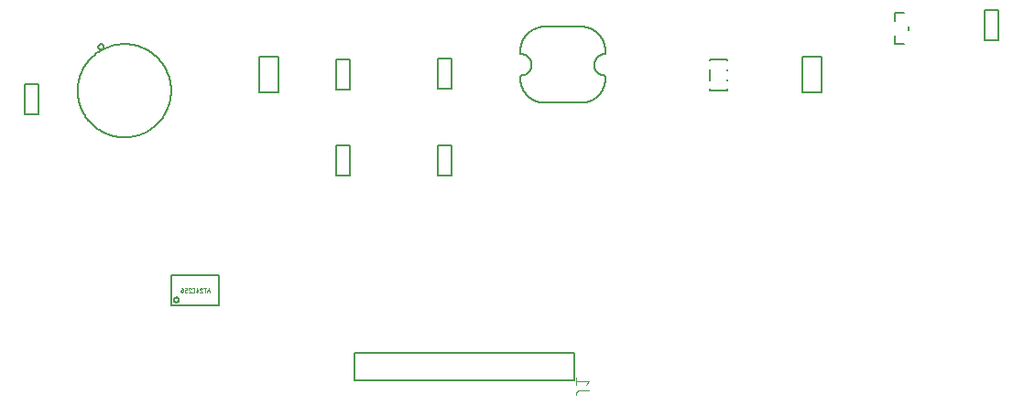
<source format=gbr>
G04 EAGLE Gerber RS-274X export*
G75*
%MOMM*%
%FSLAX34Y34*%
%LPD*%
%INSilkscreen Bottom*%
%IPPOS*%
%AMOC8*
5,1,8,0,0,1.08239X$1,22.5*%
G01*
%ADD10C,0.127000*%
%ADD11C,0.101600*%
%ADD12C,0.025400*%
%ADD13C,0.152400*%


D10*
X737210Y468790D02*
X754990Y468790D01*
X754990Y501810D01*
X737210Y501810D01*
X737210Y468790D01*
X319350Y471630D02*
X319350Y499570D01*
X306650Y499570D01*
X306650Y471630D01*
X319350Y471630D01*
X319550Y420270D02*
X319550Y392330D01*
X319550Y420270D02*
X306850Y420270D01*
X306850Y392330D01*
X319550Y392330D01*
X252890Y502210D02*
X235110Y502210D01*
X235110Y469190D01*
X252890Y469190D01*
X252890Y502210D01*
X526600Y227800D02*
X526600Y202400D01*
X526600Y227800D02*
X323400Y227800D01*
X323400Y202400D01*
X526600Y202400D01*
D11*
X530974Y192833D02*
X540062Y192833D01*
X530974Y192832D02*
X530875Y192830D01*
X530775Y192824D01*
X530676Y192815D01*
X530578Y192802D01*
X530480Y192785D01*
X530382Y192764D01*
X530286Y192739D01*
X530191Y192711D01*
X530097Y192679D01*
X530004Y192644D01*
X529912Y192605D01*
X529822Y192562D01*
X529734Y192517D01*
X529647Y192467D01*
X529563Y192415D01*
X529480Y192359D01*
X529400Y192301D01*
X529322Y192239D01*
X529247Y192174D01*
X529174Y192106D01*
X529104Y192036D01*
X529036Y191963D01*
X528971Y191888D01*
X528909Y191810D01*
X528851Y191730D01*
X528795Y191647D01*
X528743Y191563D01*
X528693Y191476D01*
X528648Y191388D01*
X528605Y191298D01*
X528566Y191206D01*
X528531Y191113D01*
X528499Y191019D01*
X528471Y190924D01*
X528446Y190828D01*
X528425Y190730D01*
X528408Y190632D01*
X528395Y190534D01*
X528386Y190435D01*
X528380Y190335D01*
X528378Y190236D01*
X528378Y188938D01*
X537466Y198106D02*
X540062Y201352D01*
X528378Y201352D01*
X528378Y204597D02*
X528378Y198106D01*
D10*
X536100Y459700D02*
X496100Y459700D01*
X496100Y529700D02*
X536100Y529700D01*
X555100Y504700D02*
X554856Y504697D01*
X554613Y504688D01*
X554370Y504673D01*
X554127Y504653D01*
X553885Y504626D01*
X553644Y504593D01*
X553404Y504555D01*
X553164Y504511D01*
X552926Y504461D01*
X552689Y504405D01*
X552453Y504343D01*
X552219Y504276D01*
X551987Y504203D01*
X551756Y504124D01*
X551528Y504040D01*
X551301Y503950D01*
X551077Y503855D01*
X550855Y503754D01*
X550636Y503648D01*
X550420Y503537D01*
X550206Y503420D01*
X549995Y503299D01*
X549787Y503172D01*
X549582Y503040D01*
X549381Y502903D01*
X549183Y502761D01*
X548988Y502615D01*
X548797Y502464D01*
X548610Y502308D01*
X548427Y502148D01*
X548247Y501983D01*
X548072Y501814D01*
X547901Y501641D01*
X547734Y501463D01*
X547572Y501282D01*
X547414Y501097D01*
X547260Y500908D01*
X547111Y500715D01*
X546967Y500519D01*
X546828Y500319D01*
X546693Y500116D01*
X546564Y499909D01*
X546440Y499700D01*
X546321Y499488D01*
X546207Y499272D01*
X546098Y499055D01*
X545995Y498834D01*
X545897Y498611D01*
X545804Y498386D01*
X545717Y498158D01*
X545636Y497929D01*
X545560Y497697D01*
X545490Y497464D01*
X545425Y497229D01*
X545366Y496993D01*
X545313Y496755D01*
X545266Y496516D01*
X545225Y496276D01*
X545190Y496035D01*
X545160Y495794D01*
X545136Y495551D01*
X545119Y495308D01*
X545107Y495065D01*
X545101Y494822D01*
X545101Y494578D01*
X545107Y494335D01*
X545119Y494092D01*
X545136Y493849D01*
X545160Y493606D01*
X545190Y493365D01*
X545225Y493124D01*
X545266Y492884D01*
X545313Y492645D01*
X545366Y492407D01*
X545425Y492171D01*
X545490Y491936D01*
X545560Y491703D01*
X545636Y491471D01*
X545717Y491242D01*
X545804Y491014D01*
X545897Y490789D01*
X545995Y490566D01*
X546098Y490345D01*
X546207Y490128D01*
X546321Y489912D01*
X546440Y489700D01*
X546564Y489491D01*
X546693Y489284D01*
X546828Y489081D01*
X546967Y488881D01*
X547111Y488685D01*
X547260Y488492D01*
X547414Y488303D01*
X547572Y488118D01*
X547734Y487937D01*
X547901Y487759D01*
X548072Y487586D01*
X548247Y487417D01*
X548427Y487252D01*
X548610Y487092D01*
X548797Y486936D01*
X548988Y486785D01*
X549183Y486639D01*
X549381Y486497D01*
X549582Y486360D01*
X549787Y486228D01*
X549995Y486101D01*
X550206Y485980D01*
X550420Y485863D01*
X550636Y485752D01*
X550855Y485646D01*
X551077Y485545D01*
X551301Y485450D01*
X551528Y485360D01*
X551756Y485276D01*
X551987Y485197D01*
X552219Y485124D01*
X552453Y485057D01*
X552689Y484995D01*
X552926Y484939D01*
X553164Y484889D01*
X553404Y484845D01*
X553644Y484807D01*
X553885Y484774D01*
X554127Y484747D01*
X554370Y484727D01*
X554613Y484712D01*
X554856Y484703D01*
X555100Y484700D01*
X477100Y484700D02*
X477344Y484703D01*
X477587Y484712D01*
X477830Y484727D01*
X478073Y484747D01*
X478315Y484774D01*
X478556Y484807D01*
X478796Y484845D01*
X479036Y484889D01*
X479274Y484939D01*
X479511Y484995D01*
X479747Y485057D01*
X479981Y485124D01*
X480213Y485197D01*
X480444Y485276D01*
X480672Y485360D01*
X480899Y485450D01*
X481123Y485545D01*
X481345Y485646D01*
X481564Y485752D01*
X481780Y485863D01*
X481994Y485980D01*
X482205Y486101D01*
X482413Y486228D01*
X482618Y486360D01*
X482819Y486497D01*
X483017Y486639D01*
X483212Y486785D01*
X483403Y486936D01*
X483590Y487092D01*
X483773Y487252D01*
X483953Y487417D01*
X484128Y487586D01*
X484299Y487759D01*
X484466Y487937D01*
X484628Y488118D01*
X484786Y488303D01*
X484940Y488492D01*
X485089Y488685D01*
X485233Y488881D01*
X485372Y489081D01*
X485507Y489284D01*
X485636Y489491D01*
X485760Y489700D01*
X485879Y489912D01*
X485993Y490128D01*
X486102Y490345D01*
X486205Y490566D01*
X486303Y490789D01*
X486396Y491014D01*
X486483Y491242D01*
X486564Y491471D01*
X486640Y491703D01*
X486710Y491936D01*
X486775Y492171D01*
X486834Y492407D01*
X486887Y492645D01*
X486934Y492884D01*
X486975Y493124D01*
X487010Y493365D01*
X487040Y493606D01*
X487064Y493849D01*
X487081Y494092D01*
X487093Y494335D01*
X487099Y494578D01*
X487099Y494822D01*
X487093Y495065D01*
X487081Y495308D01*
X487064Y495551D01*
X487040Y495794D01*
X487010Y496035D01*
X486975Y496276D01*
X486934Y496516D01*
X486887Y496755D01*
X486834Y496993D01*
X486775Y497229D01*
X486710Y497464D01*
X486640Y497697D01*
X486564Y497929D01*
X486483Y498158D01*
X486396Y498386D01*
X486303Y498611D01*
X486205Y498834D01*
X486102Y499055D01*
X485993Y499272D01*
X485879Y499488D01*
X485760Y499700D01*
X485636Y499909D01*
X485507Y500116D01*
X485372Y500319D01*
X485233Y500519D01*
X485089Y500715D01*
X484940Y500908D01*
X484786Y501097D01*
X484628Y501282D01*
X484466Y501463D01*
X484299Y501641D01*
X484128Y501814D01*
X483953Y501983D01*
X483773Y502148D01*
X483590Y502308D01*
X483403Y502464D01*
X483212Y502615D01*
X483017Y502761D01*
X482819Y502903D01*
X482618Y503040D01*
X482413Y503172D01*
X482205Y503299D01*
X481994Y503420D01*
X481780Y503537D01*
X481564Y503648D01*
X481345Y503754D01*
X481123Y503855D01*
X480899Y503950D01*
X480672Y504040D01*
X480444Y504124D01*
X480213Y504203D01*
X479981Y504276D01*
X479747Y504343D01*
X479511Y504405D01*
X479274Y504461D01*
X479036Y504511D01*
X478796Y504555D01*
X478556Y504593D01*
X478315Y504626D01*
X478073Y504653D01*
X477830Y504673D01*
X477587Y504688D01*
X477344Y504697D01*
X477100Y504700D01*
X536100Y459700D02*
X536639Y459780D01*
X537176Y459873D01*
X537710Y459980D01*
X538242Y460100D01*
X538771Y460233D01*
X539296Y460378D01*
X539817Y460537D01*
X540334Y460708D01*
X540847Y460892D01*
X541356Y461088D01*
X541859Y461297D01*
X542357Y461518D01*
X542850Y461751D01*
X543336Y461997D01*
X543817Y462254D01*
X544291Y462523D01*
X544758Y462803D01*
X545218Y463095D01*
X545671Y463398D01*
X546117Y463712D01*
X546554Y464037D01*
X546984Y464372D01*
X547405Y464718D01*
X547817Y465074D01*
X548221Y465441D01*
X548615Y465817D01*
X549000Y466202D01*
X549376Y466597D01*
X549742Y467001D01*
X550097Y467414D01*
X550443Y467835D01*
X550778Y468265D01*
X551102Y468703D01*
X551416Y469149D01*
X551718Y469602D01*
X552010Y470063D01*
X552289Y470530D01*
X552558Y471004D01*
X552814Y471485D01*
X553059Y471972D01*
X553292Y472465D01*
X553513Y472963D01*
X553721Y473467D01*
X553917Y473975D01*
X554100Y474488D01*
X554271Y475006D01*
X554429Y475528D01*
X554574Y476053D01*
X554706Y476582D01*
X554825Y477113D01*
X554931Y477648D01*
X555024Y478185D01*
X555104Y478724D01*
X555170Y479265D01*
X555223Y479807D01*
X555263Y480351D01*
X555289Y480895D01*
X555302Y481440D01*
X555302Y481985D01*
X555289Y482529D01*
X555262Y483074D01*
X555221Y483617D01*
X555167Y484159D01*
X555101Y484700D01*
X555101Y504700D02*
X555167Y505241D01*
X555221Y505783D01*
X555262Y506326D01*
X555289Y506871D01*
X555302Y507415D01*
X555302Y507960D01*
X555289Y508505D01*
X555263Y509049D01*
X555223Y509593D01*
X555170Y510135D01*
X555104Y510676D01*
X555024Y511215D01*
X554931Y511752D01*
X554825Y512287D01*
X554706Y512818D01*
X554574Y513347D01*
X554429Y513872D01*
X554271Y514394D01*
X554100Y514912D01*
X553917Y515425D01*
X553721Y515933D01*
X553513Y516437D01*
X553292Y516935D01*
X553059Y517428D01*
X552814Y517915D01*
X552558Y518396D01*
X552289Y518870D01*
X552010Y519337D01*
X551718Y519798D01*
X551416Y520251D01*
X551102Y520697D01*
X550778Y521135D01*
X550443Y521565D01*
X550097Y521986D01*
X549742Y522399D01*
X549376Y522803D01*
X549000Y523198D01*
X548615Y523583D01*
X548221Y523959D01*
X547817Y524326D01*
X547405Y524682D01*
X546984Y525028D01*
X546554Y525363D01*
X546117Y525688D01*
X545671Y526002D01*
X545218Y526305D01*
X544758Y526597D01*
X544291Y526877D01*
X543817Y527146D01*
X543336Y527403D01*
X542850Y527649D01*
X542357Y527882D01*
X541859Y528103D01*
X541356Y528312D01*
X540847Y528508D01*
X540334Y528692D01*
X539817Y528863D01*
X539296Y529022D01*
X538771Y529167D01*
X538242Y529300D01*
X537710Y529420D01*
X537176Y529527D01*
X536639Y529620D01*
X536100Y529700D01*
X477100Y484700D02*
X477033Y484160D01*
X476980Y483617D01*
X476939Y483074D01*
X476912Y482530D01*
X476899Y481985D01*
X476899Y481440D01*
X476912Y480895D01*
X476938Y480351D01*
X476978Y479807D01*
X477031Y479265D01*
X477098Y478724D01*
X477177Y478185D01*
X477270Y477648D01*
X477376Y477114D01*
X477495Y476582D01*
X477627Y476053D01*
X477773Y475528D01*
X477930Y475007D01*
X478101Y474489D01*
X478284Y473976D01*
X478480Y473467D01*
X478689Y472964D01*
X478909Y472466D01*
X479142Y471973D01*
X479387Y471486D01*
X479643Y471005D01*
X479912Y470531D01*
X480192Y470063D01*
X480483Y469603D01*
X480785Y469150D01*
X481099Y468704D01*
X481423Y468266D01*
X481758Y467836D01*
X482104Y467415D01*
X482459Y467002D01*
X482825Y466598D01*
X483201Y466203D01*
X483586Y465818D01*
X483980Y465442D01*
X484384Y465076D01*
X484796Y464719D01*
X485217Y464374D01*
X485647Y464038D01*
X486084Y463713D01*
X486529Y463399D01*
X486982Y463096D01*
X487443Y462804D01*
X487910Y462524D01*
X488384Y462255D01*
X488864Y461998D01*
X489351Y461753D01*
X489843Y461519D01*
X490341Y461298D01*
X490845Y461089D01*
X491353Y460893D01*
X491866Y460709D01*
X492383Y460538D01*
X492905Y460379D01*
X493430Y460234D01*
X493958Y460101D01*
X494490Y459981D01*
X495024Y459875D01*
X495561Y459781D01*
X496100Y459701D01*
X477099Y504700D02*
X477033Y505241D01*
X476979Y505783D01*
X476938Y506326D01*
X476911Y506871D01*
X476898Y507415D01*
X476898Y507960D01*
X476911Y508505D01*
X476937Y509049D01*
X476977Y509593D01*
X477030Y510135D01*
X477096Y510676D01*
X477176Y511215D01*
X477269Y511752D01*
X477375Y512287D01*
X477494Y512818D01*
X477626Y513347D01*
X477771Y513872D01*
X477929Y514394D01*
X478100Y514912D01*
X478283Y515425D01*
X478479Y515933D01*
X478687Y516437D01*
X478908Y516935D01*
X479141Y517428D01*
X479386Y517915D01*
X479642Y518396D01*
X479911Y518870D01*
X480190Y519337D01*
X480482Y519798D01*
X480784Y520251D01*
X481098Y520697D01*
X481422Y521135D01*
X481757Y521565D01*
X482103Y521986D01*
X482458Y522399D01*
X482824Y522803D01*
X483200Y523198D01*
X483585Y523583D01*
X483979Y523959D01*
X484383Y524326D01*
X484795Y524682D01*
X485216Y525028D01*
X485646Y525363D01*
X486083Y525688D01*
X486529Y526002D01*
X486982Y526305D01*
X487442Y526597D01*
X487909Y526877D01*
X488383Y527146D01*
X488864Y527403D01*
X489350Y527649D01*
X489843Y527882D01*
X490341Y528103D01*
X490844Y528312D01*
X491353Y528508D01*
X491866Y528692D01*
X492383Y528863D01*
X492904Y529022D01*
X493429Y529167D01*
X493958Y529300D01*
X494490Y529420D01*
X495024Y529527D01*
X495561Y529620D01*
X496100Y529700D01*
X835550Y530305D02*
X835550Y526495D01*
X831740Y513795D02*
X822850Y513795D01*
X822850Y521415D01*
X822850Y535385D02*
X822850Y543005D01*
X831740Y543005D01*
X906350Y545070D02*
X906350Y517130D01*
X919050Y517130D01*
X919050Y545070D01*
X906350Y545070D01*
X400750Y500070D02*
X400750Y472130D01*
X413450Y472130D01*
X413450Y500070D01*
X400750Y500070D01*
X400850Y420070D02*
X400850Y392130D01*
X413550Y392130D01*
X413550Y420070D01*
X400850Y420070D01*
X18950Y449130D02*
X18950Y477070D01*
X18950Y449130D02*
X31650Y449130D01*
X31650Y477070D01*
X18950Y477070D01*
X153800Y271900D02*
X197800Y271900D01*
X197800Y299900D01*
X153800Y299900D01*
X153800Y271900D01*
D12*
X189761Y283963D02*
X188491Y287773D01*
X187221Y283963D01*
X187539Y284916D02*
X189444Y284916D01*
X185077Y283963D02*
X185077Y287773D01*
X184019Y287773D02*
X186136Y287773D01*
X181558Y287774D02*
X181498Y287772D01*
X181439Y287766D01*
X181379Y287757D01*
X181321Y287744D01*
X181264Y287727D01*
X181207Y287707D01*
X181152Y287683D01*
X181099Y287656D01*
X181047Y287626D01*
X180998Y287592D01*
X180951Y287555D01*
X180906Y287516D01*
X180863Y287473D01*
X180824Y287428D01*
X180787Y287381D01*
X180753Y287332D01*
X180723Y287280D01*
X180696Y287227D01*
X180672Y287172D01*
X180652Y287115D01*
X180635Y287058D01*
X180622Y287000D01*
X180613Y286940D01*
X180607Y286881D01*
X180605Y286821D01*
X181558Y287773D02*
X181625Y287771D01*
X181692Y287766D01*
X181758Y287757D01*
X181824Y287744D01*
X181888Y287728D01*
X181952Y287708D01*
X182015Y287684D01*
X182077Y287658D01*
X182136Y287628D01*
X182194Y287595D01*
X182251Y287558D01*
X182305Y287519D01*
X182357Y287477D01*
X182406Y287432D01*
X182453Y287384D01*
X182497Y287334D01*
X182539Y287281D01*
X182577Y287226D01*
X182613Y287170D01*
X182645Y287111D01*
X182674Y287051D01*
X182700Y286989D01*
X182722Y286926D01*
X180922Y286080D02*
X180881Y286122D01*
X180842Y286167D01*
X180805Y286213D01*
X180771Y286262D01*
X180740Y286312D01*
X180713Y286364D01*
X180688Y286418D01*
X180666Y286473D01*
X180647Y286529D01*
X180632Y286586D01*
X180620Y286644D01*
X180612Y286703D01*
X180607Y286762D01*
X180605Y286821D01*
X180923Y286080D02*
X182722Y283963D01*
X180605Y283963D01*
X179064Y284810D02*
X178218Y287773D01*
X179064Y284810D02*
X176948Y284810D01*
X177583Y285656D02*
X177583Y283963D01*
X174570Y283963D02*
X173723Y283963D01*
X174570Y283963D02*
X174625Y283965D01*
X174681Y283970D01*
X174735Y283979D01*
X174789Y283992D01*
X174842Y284008D01*
X174894Y284027D01*
X174945Y284050D01*
X174994Y284076D01*
X175041Y284106D01*
X175086Y284138D01*
X175128Y284173D01*
X175169Y284211D01*
X175207Y284252D01*
X175242Y284294D01*
X175274Y284339D01*
X175304Y284387D01*
X175330Y284435D01*
X175353Y284486D01*
X175372Y284538D01*
X175388Y284591D01*
X175401Y284645D01*
X175410Y284699D01*
X175415Y284755D01*
X175417Y284810D01*
X175416Y284810D02*
X175416Y286926D01*
X175417Y286926D02*
X175415Y286984D01*
X175409Y287041D01*
X175399Y287098D01*
X175386Y287155D01*
X175368Y287210D01*
X175347Y287263D01*
X175322Y287316D01*
X175294Y287366D01*
X175262Y287414D01*
X175227Y287461D01*
X175189Y287504D01*
X175148Y287545D01*
X175105Y287583D01*
X175058Y287618D01*
X175010Y287650D01*
X174960Y287678D01*
X174907Y287703D01*
X174854Y287724D01*
X174799Y287742D01*
X174742Y287755D01*
X174685Y287765D01*
X174628Y287771D01*
X174570Y287773D01*
X173723Y287773D01*
X171195Y287774D02*
X171135Y287772D01*
X171076Y287766D01*
X171016Y287757D01*
X170958Y287744D01*
X170901Y287727D01*
X170844Y287707D01*
X170789Y287683D01*
X170736Y287656D01*
X170684Y287626D01*
X170635Y287592D01*
X170588Y287555D01*
X170543Y287516D01*
X170500Y287473D01*
X170461Y287428D01*
X170424Y287381D01*
X170390Y287332D01*
X170360Y287280D01*
X170333Y287227D01*
X170309Y287172D01*
X170289Y287115D01*
X170272Y287058D01*
X170259Y287000D01*
X170250Y286940D01*
X170244Y286881D01*
X170242Y286821D01*
X171195Y287773D02*
X171262Y287771D01*
X171329Y287766D01*
X171395Y287757D01*
X171461Y287744D01*
X171525Y287728D01*
X171589Y287708D01*
X171652Y287684D01*
X171714Y287658D01*
X171773Y287628D01*
X171831Y287595D01*
X171888Y287558D01*
X171942Y287519D01*
X171994Y287477D01*
X172043Y287432D01*
X172090Y287384D01*
X172134Y287334D01*
X172176Y287281D01*
X172214Y287226D01*
X172250Y287170D01*
X172282Y287111D01*
X172311Y287051D01*
X172337Y286989D01*
X172359Y286926D01*
X170559Y286080D02*
X170518Y286122D01*
X170479Y286167D01*
X170442Y286213D01*
X170408Y286262D01*
X170377Y286312D01*
X170350Y286364D01*
X170325Y286418D01*
X170303Y286473D01*
X170284Y286529D01*
X170269Y286586D01*
X170257Y286644D01*
X170249Y286703D01*
X170244Y286762D01*
X170242Y286821D01*
X170560Y286080D02*
X172359Y283963D01*
X170242Y283963D01*
X168701Y283963D02*
X167431Y283963D01*
X167376Y283965D01*
X167320Y283970D01*
X167266Y283979D01*
X167212Y283992D01*
X167159Y284008D01*
X167107Y284027D01*
X167056Y284050D01*
X167008Y284076D01*
X166960Y284106D01*
X166915Y284138D01*
X166873Y284173D01*
X166832Y284211D01*
X166794Y284252D01*
X166759Y284294D01*
X166727Y284339D01*
X166697Y284387D01*
X166671Y284435D01*
X166648Y284486D01*
X166629Y284538D01*
X166613Y284591D01*
X166600Y284645D01*
X166591Y284699D01*
X166586Y284755D01*
X166584Y284810D01*
X166585Y284810D02*
X166585Y285233D01*
X166584Y285233D02*
X166586Y285288D01*
X166591Y285344D01*
X166600Y285398D01*
X166613Y285452D01*
X166629Y285505D01*
X166648Y285557D01*
X166671Y285608D01*
X166697Y285657D01*
X166727Y285704D01*
X166759Y285749D01*
X166794Y285791D01*
X166832Y285832D01*
X166873Y285870D01*
X166915Y285905D01*
X166960Y285937D01*
X167008Y285967D01*
X167056Y285993D01*
X167107Y286016D01*
X167159Y286035D01*
X167212Y286051D01*
X167266Y286064D01*
X167320Y286073D01*
X167376Y286078D01*
X167431Y286080D01*
X168701Y286080D01*
X168701Y287773D01*
X166585Y287773D01*
X165044Y286080D02*
X163774Y286080D01*
X163716Y286078D01*
X163659Y286072D01*
X163602Y286062D01*
X163545Y286049D01*
X163490Y286031D01*
X163437Y286010D01*
X163384Y285985D01*
X163334Y285957D01*
X163286Y285925D01*
X163239Y285890D01*
X163196Y285852D01*
X163155Y285811D01*
X163117Y285768D01*
X163082Y285721D01*
X163050Y285673D01*
X163022Y285623D01*
X162997Y285570D01*
X162976Y285517D01*
X162958Y285462D01*
X162945Y285405D01*
X162935Y285348D01*
X162929Y285291D01*
X162927Y285233D01*
X162927Y285021D01*
X162929Y284957D01*
X162935Y284893D01*
X162944Y284830D01*
X162958Y284768D01*
X162975Y284706D01*
X162996Y284646D01*
X163020Y284587D01*
X163048Y284529D01*
X163080Y284474D01*
X163114Y284420D01*
X163152Y284369D01*
X163193Y284319D01*
X163237Y284273D01*
X163283Y284229D01*
X163333Y284188D01*
X163384Y284150D01*
X163438Y284116D01*
X163493Y284084D01*
X163551Y284056D01*
X163610Y284032D01*
X163670Y284011D01*
X163732Y283994D01*
X163794Y283980D01*
X163857Y283971D01*
X163921Y283965D01*
X163985Y283963D01*
X164049Y283965D01*
X164113Y283971D01*
X164176Y283980D01*
X164238Y283994D01*
X164300Y284011D01*
X164360Y284032D01*
X164419Y284056D01*
X164477Y284084D01*
X164532Y284116D01*
X164586Y284150D01*
X164637Y284188D01*
X164687Y284229D01*
X164733Y284273D01*
X164777Y284319D01*
X164818Y284369D01*
X164856Y284420D01*
X164890Y284474D01*
X164922Y284529D01*
X164950Y284587D01*
X164974Y284646D01*
X164995Y284706D01*
X165012Y284768D01*
X165026Y284830D01*
X165035Y284893D01*
X165041Y284957D01*
X165043Y285021D01*
X165044Y285021D02*
X165044Y286080D01*
X165043Y286080D02*
X165041Y286161D01*
X165035Y286241D01*
X165026Y286321D01*
X165012Y286400D01*
X164995Y286479D01*
X164974Y286557D01*
X164950Y286634D01*
X164922Y286709D01*
X164890Y286783D01*
X164855Y286856D01*
X164816Y286927D01*
X164774Y286995D01*
X164729Y287062D01*
X164681Y287127D01*
X164629Y287189D01*
X164575Y287248D01*
X164518Y287305D01*
X164459Y287359D01*
X164397Y287411D01*
X164332Y287459D01*
X164265Y287504D01*
X164197Y287546D01*
X164126Y287585D01*
X164053Y287620D01*
X163979Y287652D01*
X163904Y287680D01*
X163827Y287704D01*
X163749Y287725D01*
X163670Y287742D01*
X163591Y287756D01*
X163511Y287765D01*
X163431Y287771D01*
X163350Y287773D01*
D10*
X156564Y276900D02*
X156566Y276994D01*
X156572Y277088D01*
X156582Y277182D01*
X156596Y277275D01*
X156614Y277368D01*
X156635Y277460D01*
X156661Y277550D01*
X156690Y277640D01*
X156723Y277728D01*
X156760Y277815D01*
X156800Y277900D01*
X156844Y277984D01*
X156892Y278065D01*
X156942Y278145D01*
X156997Y278222D01*
X157054Y278297D01*
X157114Y278369D01*
X157178Y278439D01*
X157244Y278506D01*
X157313Y278570D01*
X157385Y278631D01*
X157459Y278689D01*
X157536Y278744D01*
X157615Y278796D01*
X157696Y278844D01*
X157779Y278889D01*
X157863Y278930D01*
X157950Y278968D01*
X158038Y279002D01*
X158127Y279032D01*
X158217Y279059D01*
X158309Y279081D01*
X158401Y279100D01*
X158495Y279115D01*
X158588Y279126D01*
X158682Y279133D01*
X158776Y279136D01*
X158871Y279135D01*
X158965Y279130D01*
X159059Y279121D01*
X159152Y279108D01*
X159245Y279091D01*
X159337Y279071D01*
X159428Y279046D01*
X159518Y279018D01*
X159606Y278986D01*
X159694Y278950D01*
X159779Y278910D01*
X159863Y278867D01*
X159945Y278821D01*
X160025Y278771D01*
X160103Y278717D01*
X160178Y278661D01*
X160251Y278601D01*
X160322Y278538D01*
X160389Y278473D01*
X160454Y278404D01*
X160516Y278333D01*
X160575Y278260D01*
X160631Y278184D01*
X160683Y278105D01*
X160732Y278025D01*
X160778Y277942D01*
X160820Y277858D01*
X160859Y277772D01*
X160894Y277684D01*
X160925Y277595D01*
X160953Y277505D01*
X160976Y277414D01*
X160996Y277322D01*
X161012Y277229D01*
X161024Y277135D01*
X161032Y277041D01*
X161036Y276947D01*
X161036Y276853D01*
X161032Y276759D01*
X161024Y276665D01*
X161012Y276571D01*
X160996Y276478D01*
X160976Y276386D01*
X160953Y276295D01*
X160925Y276205D01*
X160894Y276116D01*
X160859Y276028D01*
X160820Y275942D01*
X160778Y275858D01*
X160732Y275775D01*
X160683Y275695D01*
X160631Y275616D01*
X160575Y275540D01*
X160516Y275467D01*
X160454Y275396D01*
X160389Y275327D01*
X160322Y275262D01*
X160251Y275199D01*
X160178Y275139D01*
X160103Y275083D01*
X160025Y275029D01*
X159945Y274979D01*
X159863Y274933D01*
X159779Y274890D01*
X159694Y274850D01*
X159606Y274814D01*
X159518Y274782D01*
X159428Y274754D01*
X159337Y274729D01*
X159245Y274709D01*
X159152Y274692D01*
X159059Y274679D01*
X158965Y274670D01*
X158871Y274665D01*
X158776Y274664D01*
X158682Y274667D01*
X158588Y274674D01*
X158495Y274685D01*
X158401Y274700D01*
X158309Y274719D01*
X158217Y274741D01*
X158127Y274768D01*
X158038Y274798D01*
X157950Y274832D01*
X157863Y274870D01*
X157779Y274911D01*
X157696Y274956D01*
X157615Y275004D01*
X157536Y275056D01*
X157459Y275111D01*
X157385Y275169D01*
X157313Y275230D01*
X157244Y275294D01*
X157178Y275361D01*
X157114Y275431D01*
X157054Y275503D01*
X156997Y275578D01*
X156942Y275655D01*
X156892Y275735D01*
X156844Y275816D01*
X156800Y275900D01*
X156760Y275985D01*
X156723Y276072D01*
X156690Y276160D01*
X156661Y276250D01*
X156635Y276340D01*
X156614Y276432D01*
X156596Y276525D01*
X156582Y276618D01*
X156572Y276712D01*
X156566Y276806D01*
X156564Y276900D01*
D13*
X651796Y470800D02*
X668004Y470800D01*
X668004Y499800D02*
X651796Y499800D01*
X651796Y490524D02*
X651796Y480076D01*
X668004Y489576D02*
X668004Y490524D01*
X668004Y481024D02*
X668004Y480076D01*
X668004Y498576D02*
X668004Y499800D01*
X668004Y472024D02*
X668004Y470800D01*
X651796Y470800D02*
X651796Y472024D01*
X651796Y498576D02*
X651796Y499800D01*
D10*
X67620Y470600D02*
X67633Y471660D01*
X67672Y472719D01*
X67737Y473777D01*
X67828Y474832D01*
X67945Y475886D01*
X68087Y476936D01*
X68256Y477982D01*
X68450Y479024D01*
X68669Y480061D01*
X68914Y481092D01*
X69184Y482117D01*
X69479Y483134D01*
X69799Y484145D01*
X70144Y485147D01*
X70513Y486140D01*
X70907Y487124D01*
X71324Y488098D01*
X71766Y489062D01*
X72231Y490014D01*
X72719Y490955D01*
X73230Y491883D01*
X73763Y492799D01*
X74319Y493701D01*
X74897Y494590D01*
X75497Y495463D01*
X76117Y496322D01*
X76759Y497166D01*
X77421Y497993D01*
X78104Y498804D01*
X78806Y499598D01*
X79527Y500374D01*
X80267Y501133D01*
X81026Y501873D01*
X81802Y502594D01*
X82596Y503296D01*
X83407Y503979D01*
X84234Y504641D01*
X85078Y505283D01*
X85937Y505903D01*
X86810Y506503D01*
X87699Y507081D01*
X88601Y507637D01*
X89517Y508170D01*
X90445Y508681D01*
X91386Y509169D01*
X92338Y509634D01*
X93302Y510076D01*
X94276Y510493D01*
X95260Y510887D01*
X96253Y511256D01*
X97255Y511601D01*
X98266Y511921D01*
X99283Y512216D01*
X100308Y512486D01*
X101339Y512731D01*
X102376Y512950D01*
X103418Y513144D01*
X104464Y513313D01*
X105514Y513455D01*
X106568Y513572D01*
X107623Y513663D01*
X108681Y513728D01*
X109740Y513767D01*
X110800Y513780D01*
X111860Y513767D01*
X112919Y513728D01*
X113977Y513663D01*
X115032Y513572D01*
X116086Y513455D01*
X117136Y513313D01*
X118182Y513144D01*
X119224Y512950D01*
X120261Y512731D01*
X121292Y512486D01*
X122317Y512216D01*
X123334Y511921D01*
X124345Y511601D01*
X125347Y511256D01*
X126340Y510887D01*
X127324Y510493D01*
X128298Y510076D01*
X129262Y509634D01*
X130214Y509169D01*
X131155Y508681D01*
X132083Y508170D01*
X132999Y507637D01*
X133901Y507081D01*
X134790Y506503D01*
X135663Y505903D01*
X136522Y505283D01*
X137366Y504641D01*
X138193Y503979D01*
X139004Y503296D01*
X139798Y502594D01*
X140574Y501873D01*
X141333Y501133D01*
X142073Y500374D01*
X142794Y499598D01*
X143496Y498804D01*
X144179Y497993D01*
X144841Y497166D01*
X145483Y496322D01*
X146103Y495463D01*
X146703Y494590D01*
X147281Y493701D01*
X147837Y492799D01*
X148370Y491883D01*
X148881Y490955D01*
X149369Y490014D01*
X149834Y489062D01*
X150276Y488098D01*
X150693Y487124D01*
X151087Y486140D01*
X151456Y485147D01*
X151801Y484145D01*
X152121Y483134D01*
X152416Y482117D01*
X152686Y481092D01*
X152931Y480061D01*
X153150Y479024D01*
X153344Y477982D01*
X153513Y476936D01*
X153655Y475886D01*
X153772Y474832D01*
X153863Y473777D01*
X153928Y472719D01*
X153967Y471660D01*
X153980Y470600D01*
X153967Y469540D01*
X153928Y468481D01*
X153863Y467423D01*
X153772Y466368D01*
X153655Y465314D01*
X153513Y464264D01*
X153344Y463218D01*
X153150Y462176D01*
X152931Y461139D01*
X152686Y460108D01*
X152416Y459083D01*
X152121Y458066D01*
X151801Y457055D01*
X151456Y456053D01*
X151087Y455060D01*
X150693Y454076D01*
X150276Y453102D01*
X149834Y452138D01*
X149369Y451186D01*
X148881Y450245D01*
X148370Y449317D01*
X147837Y448401D01*
X147281Y447499D01*
X146703Y446610D01*
X146103Y445737D01*
X145483Y444878D01*
X144841Y444034D01*
X144179Y443207D01*
X143496Y442396D01*
X142794Y441602D01*
X142073Y440826D01*
X141333Y440067D01*
X140574Y439327D01*
X139798Y438606D01*
X139004Y437904D01*
X138193Y437221D01*
X137366Y436559D01*
X136522Y435917D01*
X135663Y435297D01*
X134790Y434697D01*
X133901Y434119D01*
X132999Y433563D01*
X132083Y433030D01*
X131155Y432519D01*
X130214Y432031D01*
X129262Y431566D01*
X128298Y431124D01*
X127324Y430707D01*
X126340Y430313D01*
X125347Y429944D01*
X124345Y429599D01*
X123334Y429279D01*
X122317Y428984D01*
X121292Y428714D01*
X120261Y428469D01*
X119224Y428250D01*
X118182Y428056D01*
X117136Y427887D01*
X116086Y427745D01*
X115032Y427628D01*
X113977Y427537D01*
X112919Y427472D01*
X111860Y427433D01*
X110800Y427420D01*
X109740Y427433D01*
X108681Y427472D01*
X107623Y427537D01*
X106568Y427628D01*
X105514Y427745D01*
X104464Y427887D01*
X103418Y428056D01*
X102376Y428250D01*
X101339Y428469D01*
X100308Y428714D01*
X99283Y428984D01*
X98266Y429279D01*
X97255Y429599D01*
X96253Y429944D01*
X95260Y430313D01*
X94276Y430707D01*
X93302Y431124D01*
X92338Y431566D01*
X91386Y432031D01*
X90445Y432519D01*
X89517Y433030D01*
X88601Y433563D01*
X87699Y434119D01*
X86810Y434697D01*
X85937Y435297D01*
X85078Y435917D01*
X84234Y436559D01*
X83407Y437221D01*
X82596Y437904D01*
X81802Y438606D01*
X81026Y439327D01*
X80267Y440067D01*
X79527Y440826D01*
X78806Y441602D01*
X78104Y442396D01*
X77421Y443207D01*
X76759Y444034D01*
X76117Y444878D01*
X75497Y445737D01*
X74897Y446610D01*
X74319Y447499D01*
X73763Y448401D01*
X73230Y449317D01*
X72719Y450245D01*
X72231Y451186D01*
X71766Y452138D01*
X71324Y453102D01*
X70907Y454076D01*
X70513Y455060D01*
X70144Y456053D01*
X69799Y457055D01*
X69479Y458066D01*
X69184Y459083D01*
X68914Y460108D01*
X68669Y461139D01*
X68450Y462176D01*
X68256Y463218D01*
X68087Y464264D01*
X67945Y465314D01*
X67828Y466368D01*
X67737Y467423D01*
X67672Y468481D01*
X67633Y469540D01*
X67620Y470600D01*
X86670Y511240D02*
X86672Y511340D01*
X86678Y511441D01*
X86688Y511540D01*
X86702Y511640D01*
X86719Y511739D01*
X86741Y511837D01*
X86767Y511934D01*
X86796Y512030D01*
X86829Y512124D01*
X86866Y512218D01*
X86906Y512310D01*
X86950Y512400D01*
X86998Y512488D01*
X87049Y512575D01*
X87103Y512659D01*
X87161Y512741D01*
X87222Y512821D01*
X87286Y512898D01*
X87353Y512973D01*
X87423Y513045D01*
X87496Y513114D01*
X87571Y513180D01*
X87649Y513244D01*
X87729Y513304D01*
X87812Y513361D01*
X87897Y513414D01*
X87984Y513464D01*
X88073Y513511D01*
X88163Y513554D01*
X88255Y513594D01*
X88349Y513630D01*
X88444Y513662D01*
X88540Y513690D01*
X88638Y513715D01*
X88736Y513735D01*
X88835Y513752D01*
X88935Y513765D01*
X89034Y513774D01*
X89135Y513779D01*
X89235Y513780D01*
X89335Y513777D01*
X89436Y513770D01*
X89535Y513759D01*
X89635Y513744D01*
X89733Y513726D01*
X89831Y513703D01*
X89928Y513676D01*
X90023Y513646D01*
X90118Y513612D01*
X90211Y513574D01*
X90302Y513533D01*
X90392Y513488D01*
X90480Y513440D01*
X90566Y513388D01*
X90650Y513333D01*
X90731Y513274D01*
X90810Y513212D01*
X90887Y513148D01*
X90961Y513080D01*
X91032Y513009D01*
X91101Y512936D01*
X91166Y512860D01*
X91229Y512781D01*
X91288Y512700D01*
X91344Y512617D01*
X91397Y512532D01*
X91446Y512444D01*
X91492Y512355D01*
X91534Y512264D01*
X91573Y512171D01*
X91608Y512077D01*
X91639Y511982D01*
X91667Y511885D01*
X91690Y511788D01*
X91710Y511689D01*
X91726Y511590D01*
X91738Y511491D01*
X91746Y511390D01*
X91750Y511290D01*
X91750Y511190D01*
X91746Y511090D01*
X91738Y510989D01*
X91726Y510890D01*
X91710Y510791D01*
X91690Y510692D01*
X91667Y510595D01*
X91639Y510498D01*
X91608Y510403D01*
X91573Y510309D01*
X91534Y510216D01*
X91492Y510125D01*
X91446Y510036D01*
X91397Y509948D01*
X91344Y509863D01*
X91288Y509780D01*
X91229Y509699D01*
X91166Y509620D01*
X91101Y509544D01*
X91032Y509471D01*
X90961Y509400D01*
X90887Y509332D01*
X90810Y509268D01*
X90731Y509206D01*
X90650Y509147D01*
X90566Y509092D01*
X90480Y509040D01*
X90392Y508992D01*
X90302Y508947D01*
X90211Y508906D01*
X90118Y508868D01*
X90023Y508834D01*
X89928Y508804D01*
X89831Y508777D01*
X89733Y508754D01*
X89635Y508736D01*
X89535Y508721D01*
X89436Y508710D01*
X89335Y508703D01*
X89235Y508700D01*
X89135Y508701D01*
X89034Y508706D01*
X88935Y508715D01*
X88835Y508728D01*
X88736Y508745D01*
X88638Y508765D01*
X88540Y508790D01*
X88444Y508818D01*
X88349Y508850D01*
X88255Y508886D01*
X88163Y508926D01*
X88073Y508969D01*
X87984Y509016D01*
X87897Y509066D01*
X87812Y509119D01*
X87729Y509176D01*
X87649Y509236D01*
X87571Y509300D01*
X87496Y509366D01*
X87423Y509435D01*
X87353Y509507D01*
X87286Y509582D01*
X87222Y509659D01*
X87161Y509739D01*
X87103Y509821D01*
X87049Y509905D01*
X86998Y509992D01*
X86950Y510080D01*
X86906Y510170D01*
X86866Y510262D01*
X86829Y510356D01*
X86796Y510450D01*
X86767Y510546D01*
X86741Y510643D01*
X86719Y510741D01*
X86702Y510840D01*
X86688Y510940D01*
X86678Y511039D01*
X86672Y511140D01*
X86670Y511240D01*
M02*

</source>
